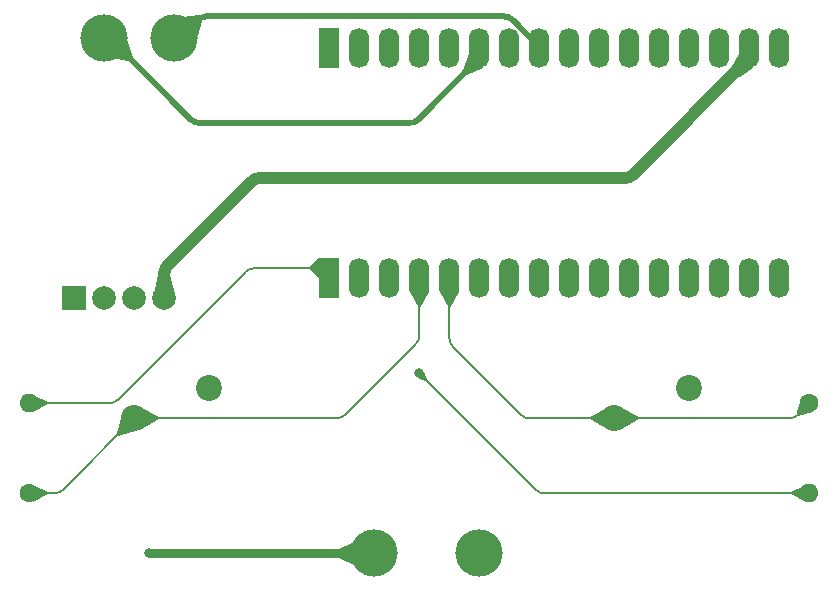
<source format=gtl>
G04 #@! TF.GenerationSoftware,KiCad,Pcbnew,7.0.5*
G04 #@! TF.CreationDate,2023-07-05T00:08:00+08:00*
G04 #@! TF.ProjectId,exModule,65784d6f-6475-46c6-952e-6b696361645f,rev?*
G04 #@! TF.SameCoordinates,PX5734380PY32de760*
G04 #@! TF.FileFunction,Copper,L1,Top*
G04 #@! TF.FilePolarity,Positive*
%FSLAX45Y45*%
G04 Gerber Fmt 4.5, Leading zero omitted, Abs format (unit mm)*
G04 Created by KiCad (PCBNEW 7.0.5) date 2023-07-05 00:08:00*
%MOMM*%
%LPD*%
G01*
G04 APERTURE LIST*
G04 #@! TA.AperFunction,ComponentPad*
%ADD10C,4.000000*%
G04 #@! TD*
G04 #@! TA.AperFunction,ComponentPad*
%ADD11C,2.000000*%
G04 #@! TD*
G04 #@! TA.AperFunction,ComponentPad*
%ADD12R,2.000000X2.000000*%
G04 #@! TD*
G04 #@! TA.AperFunction,ComponentPad*
%ADD13O,1.700000X3.390000*%
G04 #@! TD*
G04 #@! TA.AperFunction,ComponentPad*
%ADD14R,1.700000X3.390000*%
G04 #@! TD*
G04 #@! TA.AperFunction,ComponentPad*
%ADD15C,2.200000*%
G04 #@! TD*
G04 #@! TA.AperFunction,ComponentPad*
%ADD16C,1.600000*%
G04 #@! TD*
G04 #@! TA.AperFunction,ComponentPad*
%ADD17O,1.600000X1.600000*%
G04 #@! TD*
G04 #@! TA.AperFunction,ViaPad*
%ADD18C,0.800000*%
G04 #@! TD*
G04 #@! TA.AperFunction,Conductor*
%ADD19C,0.500000*%
G04 #@! TD*
G04 #@! TA.AperFunction,Conductor*
%ADD20C,0.150000*%
G04 #@! TD*
G04 #@! TA.AperFunction,Conductor*
%ADD21C,1.000000*%
G04 #@! TD*
G04 #@! TA.AperFunction,Conductor*
%ADD22C,0.800000*%
G04 #@! TD*
G04 APERTURE END LIST*
D10*
G04 #@! TO.P,REF\u002A\u002A,1*
G04 #@! TO.N,/12v*
X508071Y-2158929D03*
G04 #@! TD*
G04 #@! TO.P,REF\u002A\u002A,1*
G04 #@! TO.N,Net-(U2-GND)*
X-380900Y-2159000D03*
G04 #@! TD*
G04 #@! TO.P,REF\u002A\u002A,1*
G04 #@! TO.N,/open*
X-2074000Y2200000D03*
G04 #@! TD*
G04 #@! TO.P,REF\u002A\u002A,1*
G04 #@! TO.N,/lock*
X-2669000Y2200000D03*
G04 #@! TD*
D11*
G04 #@! TO.P,U2,4,VO+*
G04 #@! TO.N,Net-(U2-VO+)*
X-2159000Y0D03*
G04 #@! TO.P,U2,3,GND*
G04 #@! TO.N,Net-(U2-GND)*
X-2413000Y0D03*
G04 #@! TO.P,U2,2,IN+*
G04 #@! TO.N,/12v*
X-2667000Y0D03*
D12*
G04 #@! TO.P,U2,1,EN*
G04 #@! TO.N,unconnected-(U2-EN-Pad1)*
X-2921000Y0D03*
G04 #@! TD*
D13*
G04 #@! TO.P,J1,32,GND*
G04 #@! TO.N,Net-(U2-GND)*
X3048000Y2116500D03*
G04 #@! TO.P,J1,31,5V*
G04 #@! TO.N,Net-(U2-VO+)*
X2794000Y2116500D03*
G04 #@! TO.P,J1,30,GPIO9*
G04 #@! TO.N,unconnected-(J1-GPIO9-Pad30)*
X2540000Y2116500D03*
G04 #@! TO.P,J1,29,GPIO8*
G04 #@! TO.N,unconnected-(J1-GPIO8-Pad29)*
X2286000Y2116500D03*
G04 #@! TO.P,J1,28,GPIO4*
G04 #@! TO.N,unconnected-(J1-GPIO4-Pad28)*
X2032000Y2116500D03*
G04 #@! TO.P,J1,27,GPIO5*
G04 #@! TO.N,unconnected-(J1-GPIO5-Pad27)*
X1778000Y2116500D03*
G04 #@! TO.P,J1,26,3V3*
G04 #@! TO.N,unconnected-(J1-3V3-Pad26)*
X1524000Y2116500D03*
G04 #@! TO.P,J1,25,GND*
G04 #@! TO.N,unconnected-(J1-GND-Pad25)*
X1270000Y2116500D03*
G04 #@! TO.P,J1,24,GPIO11*
G04 #@! TO.N,/open*
X1016000Y2116500D03*
G04 #@! TO.P,J1,23,GPIO07*
G04 #@! TO.N,unconnected-(J1-GPIO07-Pad23)*
X762000Y2116500D03*
G04 #@! TO.P,J1,22,GPIO06*
G04 #@! TO.N,/lock*
X508000Y2116500D03*
G04 #@! TO.P,J1,21,GPIO10*
G04 #@! TO.N,unconnected-(J1-GPIO10-Pad21)*
X254000Y2116500D03*
G04 #@! TO.P,J1,20,GPIO3*
G04 #@! TO.N,unconnected-(J1-GPIO3-Pad20)*
X0Y2116500D03*
G04 #@! TO.P,J1,19,GPIO2*
G04 #@! TO.N,unconnected-(J1-GPIO2-Pad19)*
X-254000Y2116500D03*
G04 #@! TO.P,J1,18,3v3*
G04 #@! TO.N,unconnected-(J1-3v3-Pad18)*
X-508000Y2116500D03*
D14*
G04 #@! TO.P,J1,17,GND*
G04 #@! TO.N,unconnected-(J1-GND-Pad17)*
X-762000Y2116500D03*
D13*
G04 #@! TO.P,J1,16,5V*
G04 #@! TO.N,unconnected-(J1-5V-Pad16)*
X3048000Y169500D03*
G04 #@! TO.P,J1,15,PWB*
G04 #@! TO.N,unconnected-(J1-PWB-Pad15)*
X2794000Y169500D03*
G04 #@! TO.P,J1,14,GND*
G04 #@! TO.N,unconnected-(J1-GND-Pad14)*
X2540000Y169500D03*
G04 #@! TO.P,J1,13,3V3*
G04 #@! TO.N,Net-(J1-3V3-Pad13)*
X2286000Y169500D03*
G04 #@! TO.P,J1,12,REST*
G04 #@! TO.N,unconnected-(J1-REST-Pad12)*
X2032000Y169500D03*
G04 #@! TO.P,J1,11,NC*
G04 #@! TO.N,unconnected-(J1-NC-Pad11)*
X1778000Y169500D03*
G04 #@! TO.P,J1,10,GPIO13*
G04 #@! TO.N,unconnected-(J1-GPIO13-Pad10)*
X1524000Y169500D03*
G04 #@! TO.P,J1,9,UART0_RX*
G04 #@! TO.N,unconnected-(J1-UART0_RX-Pad9)*
X1270000Y169500D03*
G04 #@! TO.P,J1,8,UART0_TX*
G04 #@! TO.N,unconnected-(J1-UART0_TX-Pad8)*
X1016000Y169500D03*
G04 #@! TO.P,J1,7,GND*
G04 #@! TO.N,unconnected-(J1-GND-Pad7)*
X762000Y169500D03*
G04 #@! TO.P,J1,6,GPIO19*
G04 #@! TO.N,unconnected-(J1-GPIO19-Pad6)*
X508000Y169500D03*
G04 #@! TO.P,J1,5,GPIO18*
G04 #@! TO.N,Net-(J1-GPIO18)*
X254000Y169500D03*
G04 #@! TO.P,J1,4,GPIO12*
G04 #@! TO.N,Net-(J1-GPIO12)*
X0Y169500D03*
G04 #@! TO.P,J1,3,GPIO1*
G04 #@! TO.N,unconnected-(J1-GPIO1-Pad3)*
X-254000Y169500D03*
G04 #@! TO.P,J1,2,GPIO0*
G04 #@! TO.N,unconnected-(J1-GPIO0-Pad2)*
X-508000Y169500D03*
D14*
G04 #@! TO.P,J1,1,GND*
G04 #@! TO.N,Net-(J1-GND-Pad1)*
X-762000Y169500D03*
G04 #@! TD*
D15*
G04 #@! TO.P,SW2,1*
G04 #@! TO.N,Net-(J1-3V3-Pad13)*
X2286000Y-762000D03*
G04 #@! TO.P,SW2,2*
G04 #@! TO.N,Net-(J1-GPIO18)*
X1651000Y-1016000D03*
G04 #@! TD*
G04 #@! TO.P,SW1,2*
G04 #@! TO.N,Net-(J1-GPIO12)*
X-2413000Y-1016000D03*
G04 #@! TO.P,SW1,1*
G04 #@! TO.N,Net-(J1-3V3-Pad13)*
X-1778000Y-762000D03*
G04 #@! TD*
D16*
G04 #@! TO.P,R2,1*
G04 #@! TO.N,Net-(J1-GPIO18)*
X3302000Y-889000D03*
D17*
G04 #@! TO.P,R2,2*
G04 #@! TO.N,Net-(J1-GND-Pad1)*
X3302000Y-1651000D03*
G04 #@! TD*
G04 #@! TO.P,R1,2*
G04 #@! TO.N,Net-(J1-GND-Pad1)*
X-3302000Y-889000D03*
D16*
G04 #@! TO.P,R1,1*
G04 #@! TO.N,Net-(J1-GPIO12)*
X-3302000Y-1651000D03*
G04 #@! TD*
D18*
G04 #@! TO.N,Net-(U2-GND)*
X-2286000Y-2159000D03*
G04 #@! TO.N,Net-(J1-GND-Pad1)*
X0Y-635000D03*
G04 #@! TD*
D19*
G04 #@! TO.N,/lock*
X-2618000Y2200000D02*
X-1930289Y1512289D01*
X-1930290Y1512289D02*
G75*
G03*
X-1859579Y1483000I70710J70711D01*
G01*
X-1859579Y1483000D02*
X-82421Y1483000D01*
X-82421Y1483001D02*
G75*
G03*
X-11711Y1512289I1J99999D01*
G01*
X-11711Y1512289D02*
X508000Y2032000D01*
D20*
G04 #@! TO.N,Net-(J1-GPIO18)*
X254001Y-339579D02*
G75*
G03*
X283289Y-410289I99999J-1D01*
G01*
X859710Y-986711D02*
G75*
G03*
X930421Y-1016000I70710J70711D01*
G01*
G04 #@! TO.N,Net-(J1-GND-Pad1)*
X-1400579Y253999D02*
G75*
G03*
X-1471289Y224711I-1J-99999D01*
G01*
X-2626421Y-888999D02*
G75*
G03*
X-2555711Y-859711I1J99999D01*
G01*
G04 #@! TO.N,Net-(J1-GPIO12)*
X-29289Y-384290D02*
G75*
G03*
X0Y-313579I-70711J70710D01*
G01*
X-702421Y-1015999D02*
G75*
G03*
X-631711Y-986711I1J99999D01*
G01*
D19*
G04 #@! TO.N,/open*
X790139Y2356713D02*
G75*
G03*
X719426Y2386000I-70709J-70713D01*
G01*
X-1805579Y2385999D02*
G75*
G03*
X-1876289Y2356711I-1J-99999D01*
G01*
D20*
G04 #@! TO.N,Net-(J1-GND-Pad1)*
X986710Y-1621711D02*
G75*
G03*
X1057421Y-1651000I70710J70711D01*
G01*
D21*
G04 #@! TO.N,Net-(U2-VO+)*
X1736579Y1016001D02*
G75*
G03*
X1807289Y1045289I1J99999D01*
G01*
X-1355579Y1015999D02*
G75*
G03*
X-1426289Y986711I-1J-99999D01*
G01*
X-2129711Y283290D02*
G75*
G03*
X-2159000Y212579I70711J-70710D01*
G01*
D20*
G04 #@! TO.N,Net-(J1-GPIO12)*
X-3089421Y-1650999D02*
G75*
G03*
X-3018711Y-1621711I1J99999D01*
G01*
G04 #@! TO.N,Net-(J1-GPIO18)*
X3133579Y-1015999D02*
G75*
G03*
X3204289Y-986711I1J99999D01*
G01*
X859711Y-986711D02*
X283289Y-410289D01*
X1651000Y-1016000D02*
X930421Y-1016000D01*
X254000Y-339579D02*
X254000Y254000D01*
D22*
G04 #@! TO.N,Net-(U2-GND)*
X-381000Y-2159000D02*
X-2286000Y-2159000D01*
D20*
G04 #@! TO.N,Net-(J1-GND-Pad1)*
X3302000Y-1651000D02*
X1057421Y-1651000D01*
X986711Y-1621711D02*
X0Y-635000D01*
G04 #@! TO.N,Net-(J1-GPIO12)*
X0Y-313579D02*
X0Y254000D01*
X-631711Y-986711D02*
X-29289Y-384289D01*
X-2413000Y-1016000D02*
X-702421Y-1016000D01*
G04 #@! TO.N,Net-(J1-GND-Pad1)*
X-1400579Y254000D02*
X-762000Y254000D01*
X-3302000Y-889000D02*
X-2626421Y-889000D01*
X-2555711Y-859711D02*
X-1471289Y224711D01*
D19*
G04 #@! TO.N,/open*
X1016000Y2130848D02*
X1016000Y2116500D01*
X-1805579Y2386000D02*
X719426Y2386000D01*
X-2033000Y2200000D02*
X-1876289Y2356711D01*
X790137Y2356711D02*
X1016000Y2130848D01*
D20*
X1016000Y2116500D02*
X1016000Y2032000D01*
D21*
G04 #@! TO.N,Net-(U2-VO+)*
X-2159000Y0D02*
X-2159000Y212579D01*
X-1355579Y1016000D02*
X1736579Y1016000D01*
X-2129711Y283289D02*
X-1426289Y986711D01*
X1807289Y1045289D02*
X2794000Y2032000D01*
D20*
G04 #@! TO.N,Net-(J1-GPIO18)*
X1651000Y-1016000D02*
X3133579Y-1016000D01*
X3204289Y-986711D02*
X3302000Y-889000D01*
G04 #@! TO.N,Net-(J1-GPIO12)*
X-3018711Y-1621711D02*
X-2413000Y-1016000D01*
X-3302000Y-1651000D02*
X-3089421Y-1651000D01*
G04 #@! TD*
G04 #@! TA.AperFunction,Conductor*
G04 #@! TO.N,/lock*
G36*
X-2475051Y2185714D02*
G01*
X-2474304Y2185221D01*
X-2474163Y2184936D01*
X-2427503Y2045315D01*
X-2427566Y2044422D01*
X-2427785Y2044117D01*
X-2462196Y2009706D01*
X-2463024Y2009363D01*
X-2463231Y2009382D01*
X-2605471Y2035009D01*
X-2606224Y2035493D01*
X-2606373Y2035789D01*
X-2609263Y2044422D01*
X-2668435Y2221172D01*
X-2668373Y2222065D01*
X-2667697Y2222653D01*
X-2667104Y2222692D01*
X-2475051Y2185714D01*
G37*
G04 #@! TD.AperFunction*
G04 #@! TD*
G04 #@! TA.AperFunction,Conductor*
G04 #@! TO.N,/lock*
G36*
X424107Y2066751D02*
G01*
X507622Y2032256D01*
X508255Y2031624D01*
X508256Y2031621D01*
X540091Y1954528D01*
X540091Y1953632D01*
X539481Y1953010D01*
X406202Y1894436D01*
X405307Y1894417D01*
X404904Y1894680D01*
X370651Y1928932D01*
X370309Y1929759D01*
X370386Y1930179D01*
X422570Y2066088D01*
X423186Y2066738D01*
X424082Y2066761D01*
X424107Y2066751D01*
G37*
G04 #@! TD.AperFunction*
G04 #@! TD*
G04 #@! TA.AperFunction,Conductor*
G04 #@! TO.N,Net-(J1-GPIO18)*
G36*
X1606945Y-917075D02*
G01*
X1606992Y-917168D01*
X1647690Y-1008359D01*
X1650887Y-1015523D01*
X1650911Y-1016418D01*
X1650887Y-1016477D01*
X1606992Y-1114831D01*
X1606342Y-1115447D01*
X1605447Y-1115422D01*
X1605353Y-1115375D01*
X1441599Y-1023835D01*
X1441044Y-1023132D01*
X1441000Y-1022814D01*
X1441000Y-1009186D01*
X1441343Y-1008359D01*
X1441599Y-1008165D01*
X1605353Y-916624D01*
X1606242Y-916520D01*
X1606945Y-917075D01*
G37*
G04 #@! TD.AperFunction*
G04 #@! TD*
G04 #@! TA.AperFunction,Conductor*
G04 #@! TO.N,Net-(J1-GPIO18)*
G36*
X255071Y251347D02*
G01*
X255090Y251301D01*
X332338Y52964D01*
X332319Y52069D01*
X332287Y52003D01*
X261827Y-84367D01*
X261143Y-84945D01*
X260787Y-85000D01*
X247212Y-85000D01*
X246385Y-84657D01*
X246173Y-84367D01*
X175713Y52003D01*
X175637Y52895D01*
X175661Y52961D01*
X252910Y251301D01*
X253529Y251947D01*
X254425Y251966D01*
X255071Y251347D01*
G37*
G04 #@! TD.AperFunction*
G04 #@! TD*
G04 #@! TA.AperFunction,Conductor*
G04 #@! TO.N,Net-(U2-GND)*
G36*
X-552434Y-2059307D02*
G01*
X-450268Y-2118684D01*
X-382641Y-2157988D01*
X-382097Y-2158700D01*
X-382217Y-2159588D01*
X-382641Y-2160012D01*
X-552433Y-2258692D01*
X-553321Y-2258812D01*
X-553517Y-2258740D01*
X-680327Y-2199316D01*
X-680930Y-2198654D01*
X-681000Y-2198256D01*
X-681000Y-2119744D01*
X-680657Y-2118916D01*
X-680327Y-2118685D01*
X-553517Y-2059260D01*
X-552623Y-2059219D01*
X-552434Y-2059307D01*
G37*
G04 #@! TD.AperFunction*
G04 #@! TD*
G04 #@! TA.AperFunction,Conductor*
G04 #@! TO.N,Net-(J1-GND-Pad1)*
G36*
X3271832Y-1578175D02*
G01*
X3271872Y-1578260D01*
X3301913Y-1650551D01*
X3301914Y-1651446D01*
X3301913Y-1651448D01*
X3301913Y-1651449D01*
X3271872Y-1723739D01*
X3271238Y-1724372D01*
X3270342Y-1724371D01*
X3270257Y-1724331D01*
X3142636Y-1658826D01*
X3142056Y-1658143D01*
X3142000Y-1657785D01*
X3142000Y-1644215D01*
X3142343Y-1643387D01*
X3142636Y-1643174D01*
X3270257Y-1577668D01*
X3271150Y-1577596D01*
X3271832Y-1578175D01*
G37*
G04 #@! TD.AperFunction*
G04 #@! TD*
G04 #@! TA.AperFunction,Conductor*
G04 #@! TO.N,Net-(J1-GND-Pad1)*
G36*
X36733Y-620155D02*
G01*
X37365Y-620789D01*
X37379Y-620824D01*
X61608Y-685560D01*
X61577Y-686455D01*
X61339Y-686798D01*
X51797Y-696339D01*
X50970Y-696682D01*
X50560Y-696608D01*
X-14176Y-672379D01*
X-14830Y-671768D01*
X-14861Y-670873D01*
X-14849Y-670841D01*
X-256Y-635380D01*
X375Y-634746D01*
X35838Y-620153D01*
X36733Y-620155D01*
G37*
G04 #@! TD.AperFunction*
G04 #@! TD*
G04 #@! TA.AperFunction,Conductor*
G04 #@! TO.N,Net-(J1-GPIO12)*
G36*
X1071Y251347D02*
G01*
X1090Y251301D01*
X78338Y52964D01*
X78319Y52069D01*
X78287Y52003D01*
X7827Y-84367D01*
X7143Y-84945D01*
X6787Y-85000D01*
X-6787Y-85000D01*
X-7615Y-84657D01*
X-7827Y-84367D01*
X-78287Y52003D01*
X-78363Y52895D01*
X-78339Y52961D01*
X-1090Y251301D01*
X-471Y251947D01*
X425Y251966D01*
X1071Y251347D01*
G37*
G04 #@! TD.AperFunction*
G04 #@! TD*
G04 #@! TA.AperFunction,Conductor*
G04 #@! TO.N,Net-(J1-GPIO12)*
G36*
X-2367447Y-916577D02*
G01*
X-2367354Y-916624D01*
X-2203599Y-1008165D01*
X-2203044Y-1008868D01*
X-2203000Y-1009186D01*
X-2203000Y-1022814D01*
X-2203343Y-1023641D01*
X-2203599Y-1023835D01*
X-2367353Y-1115375D01*
X-2368242Y-1115480D01*
X-2368945Y-1114925D01*
X-2368991Y-1114832D01*
X-2412887Y-1016476D01*
X-2412912Y-1015582D01*
X-2412889Y-1015527D01*
X-2368992Y-917169D01*
X-2368342Y-916553D01*
X-2367447Y-916577D01*
G37*
G04 #@! TD.AperFunction*
G04 #@! TD*
G04 #@! TA.AperFunction,Conductor*
G04 #@! TO.N,Net-(J1-GND-Pad1)*
G36*
X-846210Y338211D02*
G01*
X-785004Y277077D01*
X-762729Y254828D01*
X-762386Y254001D01*
X-762728Y253173D01*
X-762729Y253172D01*
X-846210Y169789D01*
X-847037Y169447D01*
X-847825Y169752D01*
X-931618Y246152D01*
X-931999Y246963D01*
X-932000Y247017D01*
X-932000Y260983D01*
X-931657Y261811D01*
X-931620Y261846D01*
X-847825Y338248D01*
X-846983Y338552D01*
X-846210Y338211D01*
G37*
G04 #@! TD.AperFunction*
G04 #@! TD*
G04 #@! TA.AperFunction,Conductor*
G04 #@! TO.N,Net-(J1-GND-Pad1)*
G36*
X-3270342Y-815629D02*
G01*
X-3270258Y-815668D01*
X-3142636Y-881174D01*
X-3142056Y-881856D01*
X-3142000Y-882215D01*
X-3142000Y-895785D01*
X-3142343Y-896613D01*
X-3142636Y-896826D01*
X-3270257Y-962331D01*
X-3271150Y-962404D01*
X-3271832Y-961825D01*
X-3271872Y-961739D01*
X-3279149Y-944229D01*
X-3301914Y-889449D01*
X-3301915Y-888554D01*
X-3271872Y-816260D01*
X-3271238Y-815628D01*
X-3270342Y-815629D01*
G37*
G04 #@! TD.AperFunction*
G04 #@! TD*
G04 #@! TA.AperFunction,Conductor*
G04 #@! TO.N,/open*
G36*
X-1862467Y2397223D02*
G01*
X-1862090Y2396736D01*
X-1843457Y2351750D01*
X-1843410Y2350992D01*
X-1878428Y2223903D01*
X-1878978Y2223196D01*
X-1879366Y2223059D01*
X-2072116Y2191288D01*
X-2072988Y2191491D01*
X-2073461Y2192252D01*
X-2073405Y2192843D01*
X-2006260Y2376702D01*
X-2005654Y2377361D01*
X-2005324Y2377459D01*
X-1863334Y2397447D01*
X-1862467Y2397223D01*
G37*
G04 #@! TD.AperFunction*
G04 #@! TD*
G04 #@! TA.AperFunction,Conductor*
G04 #@! TO.N,Net-(U2-VO+)*
G36*
X-2109076Y199657D02*
G01*
X-2108771Y199127D01*
X-2066870Y39254D01*
X-2066992Y38367D01*
X-2067554Y37877D01*
X-2158551Y86D01*
X-2159447Y85D01*
X-2159449Y86D01*
X-2250447Y37877D01*
X-2251079Y38511D01*
X-2251130Y39254D01*
X-2209229Y199127D01*
X-2208688Y199840D01*
X-2208097Y200000D01*
X-2109903Y200000D01*
X-2109076Y199657D01*
G37*
G04 #@! TD.AperFunction*
G04 #@! TD*
G04 #@! TA.AperFunction,Conductor*
G04 #@! TO.N,Net-(U2-VO+)*
G36*
X2709940Y2066820D02*
G01*
X2793622Y2032256D01*
X2794255Y2031624D01*
X2794256Y2031621D01*
X2826159Y1954364D01*
X2826158Y1953469D01*
X2825719Y1952939D01*
X2709943Y1876959D01*
X2709064Y1876791D01*
X2708474Y1877110D01*
X2639076Y1946507D01*
X2638734Y1947335D01*
X2638895Y1947927D01*
X2641841Y1952939D01*
X2708485Y2066332D01*
X2709199Y2066871D01*
X2709940Y2066820D01*
G37*
G04 #@! TD.AperFunction*
G04 #@! TD*
G04 #@! TA.AperFunction,Conductor*
G04 #@! TO.N,Net-(J1-GPIO18)*
G36*
X1696553Y-916577D02*
G01*
X1696646Y-916624D01*
X1860401Y-1008165D01*
X1860956Y-1008868D01*
X1861000Y-1009186D01*
X1861000Y-1022814D01*
X1860657Y-1023641D01*
X1860401Y-1023835D01*
X1696647Y-1115375D01*
X1695758Y-1115480D01*
X1695055Y-1114925D01*
X1695009Y-1114832D01*
X1651113Y-1016476D01*
X1651088Y-1015582D01*
X1651111Y-1015527D01*
X1695008Y-917169D01*
X1695658Y-916553D01*
X1696553Y-916577D01*
G37*
G04 #@! TD.AperFunction*
G04 #@! TD*
G04 #@! TA.AperFunction,Conductor*
G04 #@! TO.N,Net-(J1-GPIO18)*
G36*
X3229315Y-858891D02*
G01*
X3301634Y-888759D01*
X3302267Y-889391D01*
X3302269Y-889394D01*
X3332112Y-961693D01*
X3332111Y-962589D01*
X3331477Y-963221D01*
X3331347Y-963266D01*
X3202178Y-999522D01*
X3201288Y-999415D01*
X3200889Y-999045D01*
X3193323Y-987722D01*
X3193148Y-986844D01*
X3193167Y-986765D01*
X3199559Y-963266D01*
X3227741Y-859666D01*
X3228289Y-858958D01*
X3229177Y-858844D01*
X3229315Y-858891D01*
G37*
G04 #@! TD.AperFunction*
G04 #@! TD*
G04 #@! TA.AperFunction,Conductor*
G04 #@! TO.N,Net-(J1-GPIO12)*
G36*
X-2514003Y-977234D02*
G01*
X-2413417Y-1015743D01*
X-2412767Y-1016358D01*
X-2412743Y-1016417D01*
X-2374234Y-1117002D01*
X-2374259Y-1117897D01*
X-2374909Y-1118513D01*
X-2375009Y-1118546D01*
X-2555529Y-1169609D01*
X-2556418Y-1169504D01*
X-2556674Y-1169310D01*
X-2566310Y-1159674D01*
X-2566653Y-1158847D01*
X-2566609Y-1158529D01*
X-2555201Y-1118198D01*
X-2515547Y-978008D01*
X-2514992Y-977306D01*
X-2514102Y-977201D01*
X-2514003Y-977234D01*
G37*
G04 #@! TD.AperFunction*
G04 #@! TD*
G04 #@! TA.AperFunction,Conductor*
G04 #@! TO.N,Net-(J1-GPIO12)*
G36*
X-3270342Y-1577629D02*
G01*
X-3270258Y-1577668D01*
X-3142636Y-1643174D01*
X-3142056Y-1643856D01*
X-3142000Y-1644215D01*
X-3142000Y-1657785D01*
X-3142343Y-1658613D01*
X-3142636Y-1658826D01*
X-3270257Y-1724331D01*
X-3271150Y-1724404D01*
X-3271832Y-1723825D01*
X-3271872Y-1723739D01*
X-3279149Y-1706229D01*
X-3301914Y-1651449D01*
X-3301915Y-1650554D01*
X-3271872Y-1578260D01*
X-3271238Y-1577628D01*
X-3270342Y-1577629D01*
G37*
G04 #@! TD.AperFunction*
G04 #@! TD*
M02*

</source>
